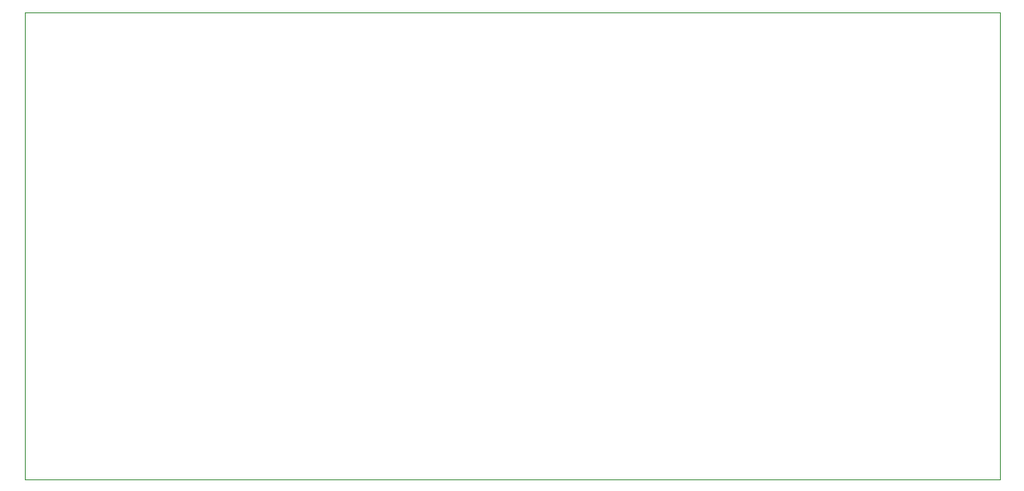
<source format=gbr>
%TF.GenerationSoftware,KiCad,Pcbnew,(5.1.10-1-10_14)*%
%TF.CreationDate,2021-11-01T23:58:36-04:00*%
%TF.ProjectId,DIODE-prototype-board,44494f44-452d-4707-926f-746f74797065,rev?*%
%TF.SameCoordinates,Original*%
%TF.FileFunction,Profile,NP*%
%FSLAX46Y46*%
G04 Gerber Fmt 4.6, Leading zero omitted, Abs format (unit mm)*
G04 Created by KiCad (PCBNEW (5.1.10-1-10_14)) date 2021-11-01 23:58:36*
%MOMM*%
%LPD*%
G01*
G04 APERTURE LIST*
%TA.AperFunction,Profile*%
%ADD10C,0.050000*%
%TD*%
G04 APERTURE END LIST*
D10*
X65532000Y-124460000D02*
X91948000Y-124460000D01*
X65532000Y-172212000D02*
X122174000Y-172212000D01*
X65532000Y-124460000D02*
X65532000Y-172212000D01*
X165100000Y-124460000D02*
X165100000Y-125476000D01*
X165100000Y-172212000D02*
X157734000Y-172212000D01*
X157734000Y-124460000D02*
X165100000Y-124460000D01*
X157734000Y-172212000D02*
X122174000Y-172212000D01*
X165100000Y-125476000D02*
X165100000Y-172212000D01*
X122174000Y-124460000D02*
X157734000Y-124460000D01*
X91948000Y-124460000D02*
X122174000Y-124460000D01*
M02*

</source>
